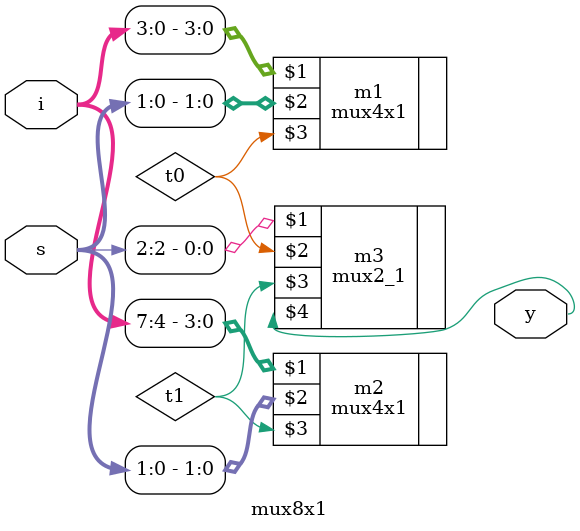
<source format=v>
module mux8x1#(parameter INPUTS=8,SEL=3)
              (input [INPUTS-1:0]i,
			   input [SEL-1:0]s,
			      output y);
	wire t0,t1;
	
  mux4x1 m1(i[3:0],s[1:0],t0);
  mux4x1 m2(i[7:4],s[1:0],t1);
  mux2_1 m3(s[2],t0,t1,y);
  
  endmodule
</source>
